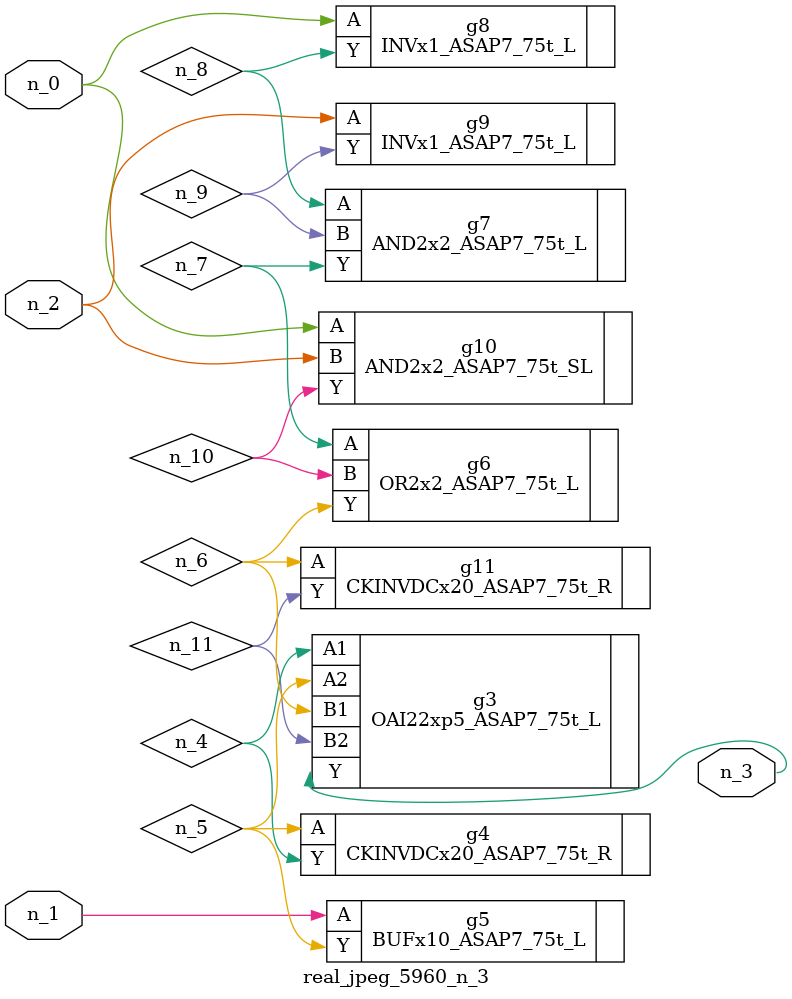
<source format=v>
module real_jpeg_5960_n_3 (n_1, n_0, n_2, n_3);

input n_1;
input n_0;
input n_2;

output n_3;

wire n_5;
wire n_4;
wire n_8;
wire n_11;
wire n_6;
wire n_7;
wire n_10;
wire n_9;

INVx1_ASAP7_75t_L g8 ( 
.A(n_0),
.Y(n_8)
);

AND2x2_ASAP7_75t_SL g10 ( 
.A(n_0),
.B(n_2),
.Y(n_10)
);

BUFx10_ASAP7_75t_L g5 ( 
.A(n_1),
.Y(n_5)
);

INVx1_ASAP7_75t_L g9 ( 
.A(n_2),
.Y(n_9)
);

OAI22xp5_ASAP7_75t_L g3 ( 
.A1(n_4),
.A2(n_5),
.B1(n_6),
.B2(n_11),
.Y(n_3)
);

CKINVDCx20_ASAP7_75t_R g4 ( 
.A(n_5),
.Y(n_4)
);

CKINVDCx20_ASAP7_75t_R g11 ( 
.A(n_6),
.Y(n_11)
);

OR2x2_ASAP7_75t_L g6 ( 
.A(n_7),
.B(n_10),
.Y(n_6)
);

AND2x2_ASAP7_75t_L g7 ( 
.A(n_8),
.B(n_9),
.Y(n_7)
);


endmodule
</source>
